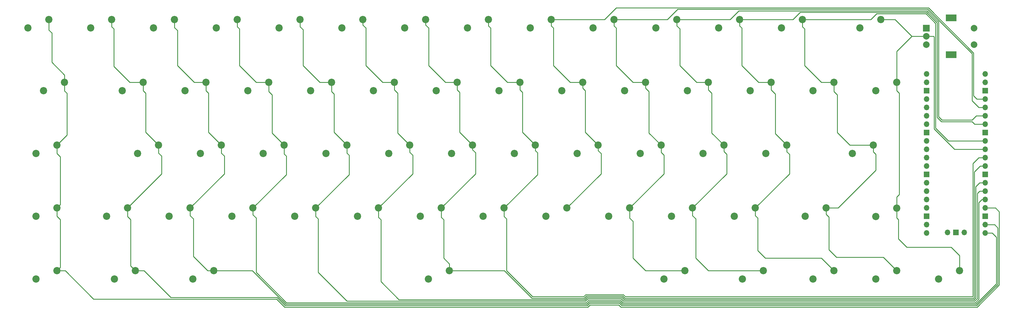
<source format=gbr>
%TF.GenerationSoftware,KiCad,Pcbnew,(6.0.8)*%
%TF.CreationDate,2022-10-10T20:20:44+01:00*%
%TF.ProjectId,keyboard-pcb,6b657962-6f61-4726-942d-7063622e6b69,1.0*%
%TF.SameCoordinates,Original*%
%TF.FileFunction,Copper,L1,Top*%
%TF.FilePolarity,Positive*%
%FSLAX46Y46*%
G04 Gerber Fmt 4.6, Leading zero omitted, Abs format (unit mm)*
G04 Created by KiCad (PCBNEW (6.0.8)) date 2022-10-10 20:20:44*
%MOMM*%
%LPD*%
G01*
G04 APERTURE LIST*
%TA.AperFunction,ComponentPad*%
%ADD10O,1.700000X1.700000*%
%TD*%
%TA.AperFunction,ComponentPad*%
%ADD11R,1.700000X1.700000*%
%TD*%
%TA.AperFunction,ComponentPad*%
%ADD12C,2.200000*%
%TD*%
%TA.AperFunction,ComponentPad*%
%ADD13R,2.000000X2.000000*%
%TD*%
%TA.AperFunction,ComponentPad*%
%ADD14C,2.000000*%
%TD*%
%TA.AperFunction,ComponentPad*%
%ADD15R,3.200000X2.000000*%
%TD*%
%TA.AperFunction,Conductor*%
%ADD16C,0.250000*%
%TD*%
G04 APERTURE END LIST*
D10*
%TO.P,U1,1,GPIO0*%
%TO.N,CLK*%
X364667800Y-124451000D03*
%TO.P,U1,2,GPIO1*%
%TO.N,DT*%
X364667800Y-126991000D03*
D11*
%TO.P,U1,3,GND*%
%TO.N,GND*%
X364667800Y-129531000D03*
D10*
%TO.P,U1,4,GPIO2*%
%TO.N,COL_8*%
X364667800Y-132071000D03*
%TO.P,U1,5,GPIO3*%
%TO.N,COL_9*%
X364667800Y-134611000D03*
%TO.P,U1,6,GPIO4*%
%TO.N,COL_10*%
X364667800Y-137151000D03*
%TO.P,U1,7,GPIO5*%
%TO.N,COL_11*%
X364667800Y-139691000D03*
D11*
%TO.P,U1,8,GND*%
%TO.N,unconnected-(U1-Pad8)*%
X364667800Y-142231000D03*
D10*
%TO.P,U1,9,GPIO6*%
%TO.N,COL_12*%
X364667800Y-144771000D03*
%TO.P,U1,10,GPIO7*%
%TO.N,COL_13*%
X364667800Y-147311000D03*
%TO.P,U1,11,GPIO8*%
%TO.N,COL_7*%
X364667800Y-149851000D03*
%TO.P,U1,12,GPIO9*%
%TO.N,COL_6*%
X364667800Y-152391000D03*
D11*
%TO.P,U1,13,GND*%
%TO.N,unconnected-(U1-Pad13)*%
X364667800Y-154931000D03*
D10*
%TO.P,U1,14,GPIO10*%
%TO.N,COL_5*%
X364667800Y-157471000D03*
%TO.P,U1,15,GPIO11*%
%TO.N,COL_4*%
X364667800Y-160011000D03*
%TO.P,U1,16,GPIO12*%
%TO.N,COL_3*%
X364667800Y-162551000D03*
%TO.P,U1,17,GPIO13*%
%TO.N,COL_0*%
X364667800Y-165091000D03*
D11*
%TO.P,U1,18,GND*%
%TO.N,unconnected-(U1-Pad18)*%
X364667800Y-167631000D03*
D10*
%TO.P,U1,19,GPIO14*%
%TO.N,COL_1*%
X364667800Y-170171000D03*
%TO.P,U1,20,GPIO15*%
%TO.N,COL_2*%
X364667800Y-172711000D03*
%TO.P,U1,21,GPIO16*%
%TO.N,ROW_4*%
X346887800Y-172711000D03*
%TO.P,U1,22,GPIO17*%
%TO.N,ROW_3*%
X346887800Y-170171000D03*
D11*
%TO.P,U1,23,GND*%
%TO.N,unconnected-(U1-Pad23)*%
X346887800Y-167631000D03*
D10*
%TO.P,U1,24,GPIO18*%
%TO.N,ROW_2*%
X346887800Y-165091000D03*
%TO.P,U1,25,GPIO19*%
%TO.N,ROW_1*%
X346887800Y-162551000D03*
%TO.P,U1,26,GPIO20*%
%TO.N,ROW_0*%
X346887800Y-160011000D03*
%TO.P,U1,27,GPIO21*%
%TO.N,unconnected-(U1-Pad27)*%
X346887800Y-157471000D03*
D11*
%TO.P,U1,28,GND*%
%TO.N,unconnected-(U1-Pad28)*%
X346887800Y-154931000D03*
D10*
%TO.P,U1,29,GPIO22*%
%TO.N,unconnected-(U1-Pad29)*%
X346887800Y-152391000D03*
%TO.P,U1,30,RUN*%
%TO.N,unconnected-(U1-Pad30)*%
X346887800Y-149851000D03*
%TO.P,U1,31,GPIO26_ADC0*%
%TO.N,unconnected-(U1-Pad31)*%
X346887800Y-147311000D03*
%TO.P,U1,32,GPIO27_ADC1*%
%TO.N,unconnected-(U1-Pad32)*%
X346887800Y-144771000D03*
D11*
%TO.P,U1,33,AGND*%
%TO.N,unconnected-(U1-Pad33)*%
X346887800Y-142231000D03*
D10*
%TO.P,U1,34,GPIO28_ADC2*%
%TO.N,unconnected-(U1-Pad34)*%
X346887800Y-139691000D03*
%TO.P,U1,35,ADC_VREF*%
%TO.N,unconnected-(U1-Pad35)*%
X346887800Y-137151000D03*
%TO.P,U1,36,3V3*%
%TO.N,unconnected-(U1-Pad36)*%
X346887800Y-134611000D03*
%TO.P,U1,37,3V3_EN*%
%TO.N,unconnected-(U1-Pad37)*%
X346887800Y-132071000D03*
D11*
%TO.P,U1,38,GND*%
%TO.N,unconnected-(U1-Pad38)*%
X346887800Y-129531000D03*
D10*
%TO.P,U1,39,VSYS*%
%TO.N,unconnected-(U1-Pad39)*%
X346887800Y-126991000D03*
%TO.P,U1,40,VBUS*%
%TO.N,unconnected-(U1-Pad40)*%
X346887800Y-124451000D03*
%TO.P,U1,41,SWCLK*%
%TO.N,unconnected-(U1-Pad41)*%
X358317800Y-172481000D03*
D11*
%TO.P,U1,42,GND*%
%TO.N,unconnected-(U1-Pad42)*%
X355777800Y-172481000D03*
D10*
%TO.P,U1,43,SWDIO*%
%TO.N,unconnected-(U1-Pad43)*%
X353237800Y-172481000D03*
%TD*%
D12*
%TO.P,MX28,1,COL*%
%TO.N,COL_7*%
X228219000Y-146041000D03*
%TO.P,MX28,2,ROW*%
%TO.N,Net-(D35-Pad2)*%
X221869000Y-148581000D03*
%TD*%
%TO.P,ALT1,1,COL*%
%TO.N,COL_2*%
X130683000Y-184150000D03*
%TO.P,ALT1,2,ROW*%
%TO.N,Net-(ALT1-Pad2)*%
X124333000Y-186690000D03*
%TD*%
%TO.P,DEL1,1,COL*%
%TO.N,COL_13*%
X337820000Y-127000000D03*
%TO.P,DEL1,2,ROW*%
%TO.N,Net-(D62-Pad2)*%
X331470000Y-129540000D03*
%TD*%
%TO.P,MX32,1,COL*%
%TO.N,COL_8*%
X247269000Y-146041000D03*
%TO.P,MX32,2,ROW*%
%TO.N,Net-(D39-Pad2)*%
X240919000Y-148581000D03*
%TD*%
%TO.P,SUP1,1,COL*%
%TO.N,COL_1*%
X106857800Y-184150000D03*
%TO.P,SUP1,2,ROW*%
%TO.N,Net-(D10-Pad2)*%
X100507800Y-186690000D03*
%TD*%
%TO.P,MX46,1,COL*%
%TO.N,COL_12*%
X309245000Y-107950000D03*
%TO.P,MX46,2,ROW*%
%TO.N,Net-(D56-Pad2)*%
X302895000Y-110490000D03*
%TD*%
%TO.P,MX43,1,COL*%
%TO.N,COL_11*%
X299694600Y-126991000D03*
%TO.P,MX43,2,ROW*%
%TO.N,Net-(D52-Pad2)*%
X293344600Y-129531000D03*
%TD*%
%TO.P,DWN1,1,COL*%
%TO.N,COL_12*%
X337820000Y-184150000D03*
%TO.P,DWN1,2,ROW*%
%TO.N,Net-(D60-Pad2)*%
X331470000Y-186690000D03*
%TD*%
%TO.P,MX12,1,COL*%
%TO.N,COL_3*%
X152019000Y-146041000D03*
%TO.P,MX12,2,ROW*%
%TO.N,Net-(D18-Pad2)*%
X145669000Y-148581000D03*
%TD*%
%TO.P,MX33,1,COL*%
%TO.N,COL_8*%
X237794800Y-165091000D03*
%TO.P,MX33,2,ROW*%
%TO.N,Net-(D40-Pad2)*%
X231444800Y-167631000D03*
%TD*%
%TO.P,FNC1,1,COL*%
%TO.N,COL_10*%
X297332400Y-184150000D03*
%TO.P,FNC1,2,ROW*%
%TO.N,Net-(D50-Pad2)*%
X290982400Y-186690000D03*
%TD*%
%TO.P,MX29,1,COL*%
%TO.N,COL_7*%
X218744800Y-165091000D03*
%TO.P,MX29,2,ROW*%
%TO.N,Net-(D36-Pad2)*%
X212394800Y-167631000D03*
%TD*%
%TO.P,MX8,1,COL*%
%TO.N,COL_2*%
X132969000Y-146041000D03*
%TO.P,MX8,2,ROW*%
%TO.N,Net-(D13-Pad2)*%
X126619000Y-148581000D03*
%TD*%
%TO.P,MX27,1,COL*%
%TO.N,COL_7*%
X223494600Y-126991000D03*
%TO.P,MX27,2,ROW*%
%TO.N,Net-(D34-Pad2)*%
X217144600Y-129531000D03*
%TD*%
%TO.P,MX23,1,COL*%
%TO.N,COL_6*%
X204444600Y-126991000D03*
%TO.P,MX23,2,ROW*%
%TO.N,Net-(D29-Pad2)*%
X198094600Y-129531000D03*
%TD*%
%TO.P,MX14,1,COL*%
%TO.N,COL_4*%
X156845000Y-107950000D03*
%TO.P,MX14,2,ROW*%
%TO.N,Net-(D20-Pad2)*%
X150495000Y-110490000D03*
%TD*%
%TO.P,MX16,1,COL*%
%TO.N,COL_4*%
X171069000Y-146041000D03*
%TO.P,MX16,2,ROW*%
%TO.N,Net-(D22-Pad2)*%
X164719000Y-148581000D03*
%TD*%
%TO.P,MX48,1,COL*%
%TO.N,COL_12*%
X316382400Y-165091000D03*
%TO.P,MX48,2,ROW*%
%TO.N,Net-(D59-Pad2)*%
X310032400Y-167631000D03*
%TD*%
%TO.P,SHFT1,1,COL*%
%TO.N,COL_0*%
X83032600Y-165100000D03*
%TO.P,SHFT1,2,ROW*%
%TO.N,Net-(D4-Pad2)*%
X76682600Y-167640000D03*
%TD*%
%TO.P,MX38,1,COL*%
%TO.N,COL_10*%
X271145000Y-107950000D03*
%TO.P,MX38,2,ROW*%
%TO.N,Net-(D46-Pad2)*%
X264795000Y-110490000D03*
%TD*%
%TO.P,MX13,1,COL*%
%TO.N,COL_3*%
X142544800Y-165091000D03*
%TO.P,MX13,2,ROW*%
%TO.N,Net-(D19-Pad2)*%
X136194800Y-167631000D03*
%TD*%
%TO.P,MX26,1,COL*%
%TO.N,COL_7*%
X213995000Y-107950000D03*
%TO.P,MX26,2,ROW*%
%TO.N,Net-(D33-Pad2)*%
X207645000Y-110490000D03*
%TD*%
D13*
%TO.P,SW1,A,A*%
%TO.N,GND*%
X346826000Y-110521000D03*
D14*
%TO.P,SW1,B,B*%
%TO.N,Net-(D65-Pad2)*%
X346826000Y-115521000D03*
%TO.P,SW1,C,C*%
%TO.N,COL_13*%
X346826000Y-113021000D03*
D15*
%TO.P,SW1,MP*%
%TO.N,N/C*%
X354326000Y-118621000D03*
X354326000Y-107421000D03*
D14*
%TO.P,SW1,S1,S1*%
%TO.N,DT*%
X361326000Y-115521000D03*
%TO.P,SW1,S2,S2*%
%TO.N,CLK*%
X361326000Y-110521000D03*
%TD*%
D12*
%TO.P,MX30,1,COL*%
%TO.N,COL_8*%
X233045000Y-107950000D03*
%TO.P,MX30,2,ROW*%
%TO.N,Net-(D37-Pad2)*%
X226695000Y-110490000D03*
%TD*%
%TO.P,TAB1,1,COL*%
%TO.N,COL_0*%
X85394800Y-127000000D03*
%TO.P,TAB1,2,ROW*%
%TO.N,Net-(D2-Pad2)*%
X79044800Y-129540000D03*
%TD*%
%TO.P,MX6,1,COL*%
%TO.N,COL_2*%
X118745000Y-107941000D03*
%TO.P,MX6,2,ROW*%
%TO.N,Net-(D11-Pad2)*%
X112395000Y-110481000D03*
%TD*%
%TO.P,MX34,1,COL*%
%TO.N,COL_9*%
X252095000Y-107950000D03*
%TO.P,MX34,2,ROW*%
%TO.N,Net-(D41-Pad2)*%
X245745000Y-110490000D03*
%TD*%
%TO.P,MX10,1,COL*%
%TO.N,COL_3*%
X137795000Y-107941000D03*
%TO.P,MX10,2,ROW*%
%TO.N,Net-(D16-Pad2)*%
X131445000Y-110481000D03*
%TD*%
%TO.P,MX47,1,COL*%
%TO.N,COL_12*%
X318744600Y-126991000D03*
%TO.P,MX47,2,ROW*%
%TO.N,Net-(D57-Pad2)*%
X312394600Y-129531000D03*
%TD*%
%TO.P,RHT1,1,COL*%
%TO.N,COL_13*%
X356870000Y-184150000D03*
%TO.P,RHT1,2,ROW*%
%TO.N,Net-(D64-Pad2)*%
X350520000Y-186690000D03*
%TD*%
%TO.P,MX4,1,COL*%
%TO.N,COL_1*%
X113919000Y-146041000D03*
%TO.P,MX4,2,ROW*%
%TO.N,Net-(D8-Pad2)*%
X107569000Y-148581000D03*
%TD*%
%TO.P,MX24,1,COL*%
%TO.N,COL_6*%
X209169000Y-146041000D03*
%TO.P,MX24,2,ROW*%
%TO.N,Net-(D30-Pad2)*%
X202819000Y-148581000D03*
%TD*%
%TO.P,CTRL1,1,COL*%
%TO.N,COL_0*%
X83032600Y-184150000D03*
%TO.P,CTRL1,2,ROW*%
%TO.N,Net-(CTRL1-Pad2)*%
X76682600Y-186690000D03*
%TD*%
%TO.P,MX11,1,COL*%
%TO.N,COL_3*%
X147294600Y-126991000D03*
%TO.P,MX11,2,ROW*%
%TO.N,Net-(D17-Pad2)*%
X140944600Y-129531000D03*
%TD*%
%TO.P,BKSP1,1,COL*%
%TO.N,COL_13*%
X333044800Y-107950000D03*
%TO.P,BKSP1,2,ROW*%
%TO.N,Net-(BKSP1-Pad2)*%
X326694800Y-110490000D03*
%TD*%
%TO.P,ALT2,1,COL*%
%TO.N,COL_9*%
X273532600Y-184150000D03*
%TO.P,ALT2,2,ROW*%
%TO.N,Net-(ALT2-Pad2)*%
X267182600Y-186690000D03*
%TD*%
%TO.P,MX41,1,COL*%
%TO.N,COL_10*%
X275894800Y-165091000D03*
%TO.P,MX41,2,ROW*%
%TO.N,Net-(D49-Pad2)*%
X269544800Y-167631000D03*
%TD*%
%TO.P,SPC1,1,COL*%
%TO.N,COL_6*%
X202107800Y-184134800D03*
%TO.P,SPC1,2,ROW*%
%TO.N,Net-(D32-Pad2)*%
X195757800Y-186674800D03*
%TD*%
%TO.P,MX18,1,COL*%
%TO.N,COL_5*%
X175895000Y-107950000D03*
%TO.P,MX18,2,ROW*%
%TO.N,Net-(D24-Pad2)*%
X169545000Y-110490000D03*
%TD*%
%TO.P,MX36,1,COL*%
%TO.N,COL_9*%
X266344400Y-146041000D03*
%TO.P,MX36,2,ROW*%
%TO.N,Net-(D43-Pad2)*%
X259994400Y-148581000D03*
%TD*%
%TO.P,MX25,1,COL*%
%TO.N,COL_6*%
X199694800Y-165091000D03*
%TO.P,MX25,2,ROW*%
%TO.N,Net-(D31-Pad2)*%
X193344800Y-167631000D03*
%TD*%
%TO.P,ENT1,1,COL*%
%TO.N,COL_12*%
X330682600Y-146050000D03*
%TO.P,ENT1,2,ROW*%
%TO.N,Net-(D58-Pad2)*%
X324332600Y-148590000D03*
%TD*%
%TO.P,MX2,1,COL*%
%TO.N,COL_1*%
X99695000Y-107950000D03*
%TO.P,MX2,2,ROW*%
%TO.N,Net-(D6-Pad2)*%
X93345000Y-110490000D03*
%TD*%
%TO.P,MX15,1,COL*%
%TO.N,COL_4*%
X166344600Y-126991000D03*
%TO.P,MX15,2,ROW*%
%TO.N,Net-(D21-Pad2)*%
X159994600Y-129531000D03*
%TD*%
%TO.P,CAP1,1,COL*%
%TO.N,COL_0*%
X83032600Y-146050000D03*
%TO.P,CAP1,2,ROW*%
%TO.N,Net-(CAP1-Pad2)*%
X76682600Y-148590000D03*
%TD*%
%TO.P,UP1,1,COL*%
%TO.N,COL_13*%
X337820000Y-165116400D03*
%TO.P,UP1,2,ROW*%
%TO.N,Net-(D63-Pad2)*%
X331470000Y-167656400D03*
%TD*%
%TO.P,MX31,1,COL*%
%TO.N,COL_8*%
X242544600Y-126991000D03*
%TO.P,MX31,2,ROW*%
%TO.N,Net-(D38-Pad2)*%
X236194600Y-129531000D03*
%TD*%
%TO.P,MX35,1,COL*%
%TO.N,COL_9*%
X261594600Y-126991000D03*
%TO.P,MX35,2,ROW*%
%TO.N,Net-(D42-Pad2)*%
X255244600Y-129531000D03*
%TD*%
%TO.P,MX5,1,COL*%
%TO.N,COL_1*%
X104470200Y-165100000D03*
%TO.P,MX5,2,ROW*%
%TO.N,Net-(D9-Pad2)*%
X98120200Y-167640000D03*
%TD*%
%TO.P,MX42,1,COL*%
%TO.N,COL_11*%
X290195000Y-107950000D03*
%TO.P,MX42,2,ROW*%
%TO.N,Net-(D51-Pad2)*%
X283845000Y-110490000D03*
%TD*%
%TO.P,MX40,1,COL*%
%TO.N,COL_10*%
X285394400Y-146041000D03*
%TO.P,MX40,2,ROW*%
%TO.N,Net-(D48-Pad2)*%
X279044400Y-148581000D03*
%TD*%
%TO.P,MX7,1,COL*%
%TO.N,COL_2*%
X128244600Y-126991000D03*
%TO.P,MX7,2,ROW*%
%TO.N,Net-(D12-Pad2)*%
X121894600Y-129531000D03*
%TD*%
%TO.P,MX22,1,COL*%
%TO.N,COL_6*%
X194945000Y-107950000D03*
%TO.P,MX22,2,ROW*%
%TO.N,Net-(D28-Pad2)*%
X188595000Y-110490000D03*
%TD*%
%TO.P,MX19,1,COL*%
%TO.N,COL_5*%
X185394600Y-126991000D03*
%TO.P,MX19,2,ROW*%
%TO.N,Net-(D25-Pad2)*%
X179044600Y-129531000D03*
%TD*%
%TO.P,MX37,1,COL*%
%TO.N,COL_9*%
X256844800Y-165091000D03*
%TO.P,MX37,2,ROW*%
%TO.N,Net-(D44-Pad2)*%
X250494800Y-167631000D03*
%TD*%
%TO.P,MX17,1,COL*%
%TO.N,COL_4*%
X161594800Y-165091000D03*
%TO.P,MX17,2,ROW*%
%TO.N,Net-(D23-Pad2)*%
X155244800Y-167631000D03*
%TD*%
%TO.P,MX39,1,COL*%
%TO.N,COL_10*%
X280644600Y-126991000D03*
%TO.P,MX39,2,ROW*%
%TO.N,Net-(D47-Pad2)*%
X274294600Y-129531000D03*
%TD*%
%TO.P,MX20,1,COL*%
%TO.N,COL_5*%
X190119000Y-146041000D03*
%TO.P,MX20,2,ROW*%
%TO.N,Net-(D26-Pad2)*%
X183769000Y-148581000D03*
%TD*%
%TO.P,MX3,1,COL*%
%TO.N,COL_1*%
X109194600Y-126991000D03*
%TO.P,MX3,2,ROW*%
%TO.N,Net-(D7-Pad2)*%
X102844600Y-129531000D03*
%TD*%
%TO.P,MX21,1,COL*%
%TO.N,COL_5*%
X180644800Y-165091000D03*
%TO.P,MX21,2,ROW*%
%TO.N,Net-(D27-Pad2)*%
X174294800Y-167631000D03*
%TD*%
%TO.P,MX45,1,COL*%
%TO.N,COL_11*%
X294944800Y-165091000D03*
%TO.P,MX45,2,ROW*%
%TO.N,Net-(D54-Pad2)*%
X288594800Y-167631000D03*
%TD*%
%TO.P,MX1,1,COL*%
%TO.N,COL_0*%
X80645000Y-107950000D03*
%TO.P,MX1,2,ROW*%
%TO.N,Net-(D1-Pad2)*%
X74295000Y-110490000D03*
%TD*%
%TO.P,LFT1,1,COL*%
%TO.N,COL_11*%
X318770000Y-184150000D03*
%TO.P,LFT1,2,ROW*%
%TO.N,Net-(D55-Pad2)*%
X312420000Y-186690000D03*
%TD*%
%TO.P,MX9,1,COL*%
%TO.N,COL_2*%
X123494800Y-165091000D03*
%TO.P,MX9,2,ROW*%
%TO.N,Net-(D14-Pad2)*%
X117144800Y-167631000D03*
%TD*%
%TO.P,MX44,1,COL*%
%TO.N,COL_11*%
X304469800Y-146041000D03*
%TO.P,MX44,2,ROW*%
%TO.N,Net-(D53-Pad2)*%
X298119800Y-148581000D03*
%TD*%
D16*
%TO.N,COL_11*%
X364658800Y-139700000D02*
X364667800Y-139691000D01*
X361442000Y-139700000D02*
X364658800Y-139700000D01*
X360680000Y-138938000D02*
X361442000Y-139700000D01*
X350070000Y-137600396D02*
X351407604Y-138938000D01*
X350070000Y-108895604D02*
X350070000Y-137600396D01*
X351407604Y-138938000D02*
X360680000Y-138938000D01*
X308552000Y-105722000D02*
X346896396Y-105722000D01*
X346896396Y-105722000D02*
X350070000Y-108895604D01*
X306324000Y-107950000D02*
X308552000Y-105722000D01*
X290195000Y-107950000D02*
X306324000Y-107950000D01*
%TO.N,COL_10*%
X361959000Y-137151000D02*
X364667800Y-137151000D01*
X350520000Y-137414000D02*
X351536000Y-138430000D01*
X347082792Y-105272000D02*
X350520000Y-108709208D01*
X360680000Y-138430000D02*
X361959000Y-137151000D01*
X289952000Y-105272000D02*
X347082792Y-105272000D01*
X351536000Y-138430000D02*
X360680000Y-138430000D01*
X271145000Y-107950000D02*
X287274000Y-107950000D01*
X287274000Y-107950000D02*
X289952000Y-105272000D01*
X350520000Y-108709208D02*
X350520000Y-137414000D01*
%TO.N,COL_8*%
X361130000Y-131064000D02*
X362137000Y-132071000D01*
X362137000Y-132071000D02*
X364667800Y-132071000D01*
X361130000Y-118046416D02*
X361130000Y-131064000D01*
X347455584Y-104372000D02*
X361130000Y-118046416D01*
X252752000Y-104372000D02*
X347455584Y-104372000D01*
X249174000Y-107950000D02*
X252752000Y-104372000D01*
X233045000Y-107950000D02*
X249174000Y-107950000D01*
%TO.N,COL_9*%
X271352000Y-104822000D02*
X268224000Y-107950000D01*
X360680000Y-132588000D02*
X360680000Y-118232812D01*
X347269188Y-104822000D02*
X271352000Y-104822000D01*
X362703000Y-134611000D02*
X360680000Y-132588000D01*
X364667800Y-134611000D02*
X362703000Y-134611000D01*
X360680000Y-118232812D02*
X347269188Y-104822000D01*
X268224000Y-107950000D02*
X252095000Y-107950000D01*
%TO.N,COL_13*%
X348987000Y-113021000D02*
X346826000Y-113021000D01*
X355337000Y-147311000D02*
X349170000Y-141144000D01*
X349170000Y-141144000D02*
X349170000Y-113204000D01*
X364667800Y-147311000D02*
X355337000Y-147311000D01*
X349170000Y-113204000D02*
X348987000Y-113021000D01*
%TO.N,COL_12*%
X349620000Y-109082000D02*
X349620000Y-140890000D01*
X329946000Y-107950000D02*
X331724000Y-106172000D01*
X331724000Y-106172000D02*
X346710000Y-106172000D01*
X346710000Y-106172000D02*
X349620000Y-109082000D01*
X349620000Y-140890000D02*
X353501000Y-144771000D01*
X309245000Y-107950000D02*
X329946000Y-107950000D01*
X353501000Y-144771000D02*
X364667800Y-144771000D01*
%TO.N,COL_2*%
X118745000Y-110363000D02*
X119634000Y-111252000D01*
X123494800Y-167436800D02*
X124460000Y-168402000D01*
X128244600Y-129514600D02*
X129032000Y-130302000D01*
X129032000Y-130302000D02*
X129032000Y-140970000D01*
X133858000Y-154727800D02*
X123494800Y-165091000D01*
X368046000Y-188093980D02*
X368046000Y-173990000D01*
X129032000Y-142104000D02*
X129032000Y-140970000D01*
X254600396Y-194274000D02*
X361865980Y-194274000D01*
X128778000Y-184150000D02*
X130683000Y-184150000D01*
X361865980Y-194274000D02*
X368046000Y-188093980D01*
X124460000Y-179832000D02*
X128778000Y-184150000D01*
X124714000Y-127000000D02*
X124723000Y-126991000D01*
X123494800Y-165091000D02*
X123494800Y-167436800D01*
X124723000Y-126991000D02*
X128244600Y-126991000D01*
X132969000Y-146041000D02*
X132969000Y-148463000D01*
X132969000Y-148463000D02*
X133858000Y-149352000D01*
X152489604Y-194274000D02*
X243747604Y-194274000D01*
X243747604Y-194274000D02*
X244415604Y-193606000D01*
X119634000Y-121920000D02*
X124714000Y-127000000D01*
X142365604Y-184150000D02*
X152489604Y-194274000D01*
X253932396Y-193606000D02*
X254600396Y-194274000D01*
X124460000Y-168402000D02*
X124460000Y-179832000D01*
X366767000Y-172711000D02*
X364667800Y-172711000D01*
X128244600Y-126991000D02*
X128244600Y-129514600D01*
X133858000Y-149352000D02*
X133858000Y-154727800D01*
X132969000Y-146041000D02*
X129032000Y-142104000D01*
X118745000Y-107941000D02*
X118745000Y-110363000D01*
X119634000Y-111252000D02*
X119634000Y-121920000D01*
X368046000Y-173990000D02*
X366767000Y-172711000D01*
X244415604Y-193606000D02*
X253932396Y-193606000D01*
X130683000Y-184150000D02*
X142365604Y-184150000D01*
%TO.N,COL_9*%
X257810000Y-180340000D02*
X261620000Y-184150000D01*
X252095000Y-109855000D02*
X252730000Y-110490000D01*
X261620000Y-184150000D02*
X273532600Y-184150000D01*
X266344400Y-146041000D02*
X266344400Y-148234400D01*
X266344400Y-148234400D02*
X267208000Y-149098000D01*
X252730000Y-121920000D02*
X257801000Y-126991000D01*
X257810000Y-169164000D02*
X257810000Y-180340000D01*
X256844800Y-165091000D02*
X256844800Y-168198800D01*
X262636000Y-142332600D02*
X266344400Y-146041000D01*
X252730000Y-110490000D02*
X252730000Y-121920000D01*
X267208000Y-149098000D02*
X267208000Y-154727800D01*
X252095000Y-107950000D02*
X252095000Y-109855000D01*
X257801000Y-126991000D02*
X261594600Y-126991000D01*
X261594600Y-128752600D02*
X262636000Y-129794000D01*
X256844800Y-168198800D02*
X257810000Y-169164000D01*
X262636000Y-129794000D02*
X262636000Y-142332600D01*
X261594600Y-126991000D02*
X261594600Y-128752600D01*
X267208000Y-154727800D02*
X256844800Y-165091000D01*
%TO.N,COL_13*%
X338328000Y-168656000D02*
X338328000Y-174498000D01*
X338328000Y-174498000D02*
X340868000Y-177038000D01*
X338582000Y-130302000D02*
X338582000Y-161036000D01*
X337820000Y-165116400D02*
X337820000Y-168148000D01*
X337820000Y-117602000D02*
X342401000Y-113021000D01*
X342401000Y-113021000D02*
X346826000Y-113021000D01*
X354330000Y-177038000D02*
X356870000Y-179578000D01*
X337820000Y-168148000D02*
X338328000Y-168656000D01*
X337330000Y-107950000D02*
X342401000Y-113021000D01*
X340868000Y-177038000D02*
X354330000Y-177038000D01*
X338582000Y-161036000D02*
X337820000Y-161798000D01*
X333044800Y-107950000D02*
X337330000Y-107950000D01*
X337820000Y-127000000D02*
X337820000Y-129540000D01*
X337820000Y-129540000D02*
X338582000Y-130302000D01*
X337820000Y-161798000D02*
X337820000Y-165116400D01*
X356870000Y-179578000D02*
X356870000Y-184150000D01*
X337820000Y-117602000D02*
X337820000Y-127000000D01*
%TO.N,COL_0*%
X367783000Y-165091000D02*
X364667800Y-165091000D01*
X85598000Y-184150000D02*
X94177396Y-192729396D01*
X85394800Y-129590800D02*
X86106000Y-130302000D01*
X83032600Y-167614600D02*
X84074000Y-168656000D01*
X84074000Y-168656000D02*
X84074000Y-183108600D01*
X83032600Y-184150000D02*
X85598000Y-184150000D01*
X85394800Y-127000000D02*
X85394800Y-129590800D01*
X86106000Y-142976600D02*
X83032600Y-146050000D01*
X84074000Y-149606000D02*
X84074000Y-164058600D01*
X244120396Y-195174000D02*
X244788396Y-194506000D01*
X152116812Y-195174000D02*
X244120396Y-195174000D01*
X362238772Y-195174000D02*
X368946000Y-188466772D01*
X254160000Y-195174000D02*
X362238772Y-195174000D01*
X81534000Y-120904000D02*
X85394800Y-124764800D01*
X85394800Y-124764800D02*
X85394800Y-127000000D01*
X83032600Y-146050000D02*
X83032600Y-148564600D01*
X368946000Y-188466772D02*
X368946000Y-166254000D01*
X149672208Y-192729396D02*
X152116812Y-195174000D01*
X83032600Y-165100000D02*
X83032600Y-167614600D01*
X84074000Y-164058600D02*
X83032600Y-165100000D01*
X80645000Y-107950000D02*
X80645000Y-111125000D01*
X86106000Y-130302000D02*
X86106000Y-142976600D01*
X94177396Y-192729396D02*
X149672208Y-192729396D01*
X83032600Y-148564600D02*
X84074000Y-149606000D01*
X244788396Y-194506000D02*
X253492000Y-194506000D01*
X253492000Y-194506000D02*
X254160000Y-195174000D01*
X84074000Y-183108600D02*
X83032600Y-184150000D01*
X80645000Y-111125000D02*
X81534000Y-112014000D01*
X368946000Y-166254000D02*
X367783000Y-165091000D01*
X81534000Y-112014000D02*
X81534000Y-120904000D01*
%TO.N,COL_12*%
X319786000Y-130810000D02*
X319786000Y-142240000D01*
X318744600Y-126991000D02*
X318744600Y-129768600D01*
X319532000Y-180086000D02*
X333756000Y-180086000D01*
X316382400Y-167030400D02*
X317246000Y-167894000D01*
X333756000Y-180086000D02*
X337820000Y-184150000D01*
X330682600Y-148056600D02*
X331470000Y-148844000D01*
X330682600Y-146050000D02*
X330682600Y-148056600D01*
X331470000Y-153670000D02*
X320049000Y-165091000D01*
X323596000Y-146050000D02*
X330682600Y-146050000D01*
X331470000Y-148844000D02*
X331470000Y-153670000D01*
X319786000Y-142240000D02*
X323596000Y-146050000D01*
X309245000Y-107950000D02*
X309245000Y-110109000D01*
X309880000Y-121920000D02*
X314951000Y-126991000D01*
X309245000Y-110109000D02*
X309880000Y-110744000D01*
X318744600Y-129768600D02*
X319786000Y-130810000D01*
X314951000Y-126991000D02*
X318744600Y-126991000D01*
X309880000Y-110744000D02*
X309880000Y-121920000D01*
X316382400Y-165091000D02*
X316382400Y-167030400D01*
X317246000Y-177800000D02*
X319532000Y-180086000D01*
X320049000Y-165091000D02*
X316382400Y-165091000D01*
X317246000Y-167894000D02*
X317246000Y-177800000D01*
%TO.N,COL_10*%
X280644600Y-129260600D02*
X281686000Y-130302000D01*
X286258000Y-148844000D02*
X286258000Y-154727800D01*
X281686000Y-130302000D02*
X281686000Y-142332600D01*
X275894800Y-165091000D02*
X275894800Y-167436800D01*
X281686000Y-142332600D02*
X285394400Y-146041000D01*
X272034000Y-110744000D02*
X272034000Y-121920000D01*
X271145000Y-107950000D02*
X271145000Y-109855000D01*
X280644600Y-126991000D02*
X280644600Y-129260600D01*
X285394400Y-147980400D02*
X286258000Y-148844000D01*
X276860000Y-168402000D02*
X276860000Y-180340000D01*
X272034000Y-121920000D02*
X277105000Y-126991000D01*
X286258000Y-154727800D02*
X275894800Y-165091000D01*
X276860000Y-180340000D02*
X280670000Y-184150000D01*
X280670000Y-184150000D02*
X297332400Y-184150000D01*
X275894800Y-167436800D02*
X276860000Y-168402000D01*
X277105000Y-126991000D02*
X280644600Y-126991000D01*
X271145000Y-109855000D02*
X272034000Y-110744000D01*
X285394400Y-146041000D02*
X285394400Y-147980400D01*
%TO.N,COL_11*%
X299694600Y-129260600D02*
X300990000Y-130556000D01*
X290195000Y-109855000D02*
X290830000Y-110490000D01*
X295901000Y-126991000D02*
X299694600Y-126991000D01*
X300990000Y-142561200D02*
X304469800Y-146041000D01*
X304469800Y-146041000D02*
X304469800Y-148005800D01*
X314960000Y-180340000D02*
X318770000Y-184150000D01*
X297942000Y-180340000D02*
X314960000Y-180340000D01*
X294944800Y-167436800D02*
X295656000Y-168148000D01*
X295656000Y-168148000D02*
X295656000Y-178054000D01*
X304469800Y-148005800D02*
X305308000Y-148844000D01*
X294944800Y-165091000D02*
X294944800Y-167436800D01*
X290195000Y-107950000D02*
X290195000Y-109855000D01*
X295656000Y-178054000D02*
X297942000Y-180340000D01*
X290830000Y-110490000D02*
X290830000Y-121920000D01*
X290830000Y-121920000D02*
X295901000Y-126991000D01*
X305308000Y-154727800D02*
X294944800Y-165091000D01*
X305308000Y-148844000D02*
X305308000Y-154727800D01*
X300990000Y-130556000D02*
X300990000Y-142561200D01*
X299694600Y-126991000D02*
X299694600Y-129260600D01*
%TO.N,COL_1*%
X243934000Y-194724000D02*
X152303208Y-194724000D01*
X99695000Y-107950000D02*
X99695000Y-110109000D01*
X367529000Y-170171000D02*
X368496000Y-171138000D01*
X105410000Y-182702200D02*
X106857800Y-184150000D01*
X109982000Y-142104000D02*
X113919000Y-146041000D01*
X105410000Y-168656000D02*
X105410000Y-182702200D01*
X253746000Y-194056000D02*
X244602000Y-194056000D01*
X109194600Y-126991000D02*
X109194600Y-129514600D01*
X362052376Y-194724000D02*
X254414000Y-194724000D01*
X152303208Y-194724000D02*
X149858604Y-192279396D01*
X368496000Y-171138000D02*
X368496000Y-188280376D01*
X364667800Y-170171000D02*
X367529000Y-170171000D01*
X149858604Y-192279396D02*
X117603396Y-192279396D01*
X109474000Y-184150000D02*
X106857800Y-184150000D01*
X114808000Y-149352000D02*
X114808000Y-154762200D01*
X99695000Y-110109000D02*
X100330000Y-110744000D01*
X100330000Y-122174000D02*
X105147000Y-126991000D01*
X104470200Y-165100000D02*
X104470200Y-167716200D01*
X113919000Y-146041000D02*
X113919000Y-148463000D01*
X117603396Y-192279396D02*
X109474000Y-184150000D01*
X113919000Y-148463000D02*
X114808000Y-149352000D01*
X109982000Y-130302000D02*
X109982000Y-142104000D01*
X109194600Y-129514600D02*
X109982000Y-130302000D01*
X105147000Y-126991000D02*
X109194600Y-126991000D01*
X244602000Y-194056000D02*
X243934000Y-194724000D01*
X100330000Y-110744000D02*
X100330000Y-122174000D01*
X254414000Y-194724000D02*
X253746000Y-194056000D01*
X104470200Y-167716200D02*
X105410000Y-168656000D01*
X368496000Y-188280376D02*
X362052376Y-194724000D01*
X114808000Y-154762200D02*
X104470200Y-165100000D01*
%TO.N,COL_3*%
X148336000Y-142358000D02*
X152019000Y-146041000D01*
X143510000Y-168148000D02*
X142544800Y-167182800D01*
X254786792Y-193824000D02*
X254118792Y-193156000D01*
X362734000Y-163496000D02*
X362734000Y-192769584D01*
X138430000Y-110744000D02*
X138430000Y-121920000D01*
X363679000Y-162551000D02*
X362734000Y-163496000D01*
X143501000Y-126991000D02*
X147294600Y-126991000D01*
X362734000Y-192769584D02*
X361679584Y-193824000D01*
X152676000Y-193824000D02*
X143510000Y-184658000D01*
X254118792Y-193156000D02*
X244229208Y-193156000D01*
X148336000Y-130810000D02*
X148336000Y-142358000D01*
X138430000Y-121920000D02*
X143501000Y-126991000D01*
X147294600Y-126991000D02*
X147294600Y-129768600D01*
X361679584Y-193824000D02*
X254786792Y-193824000D01*
X152654000Y-154981800D02*
X142544800Y-165091000D01*
X137795000Y-107941000D02*
X137795000Y-110109000D01*
X244229208Y-193156000D02*
X243561208Y-193824000D01*
X152654000Y-149352000D02*
X152654000Y-154981800D01*
X152019000Y-148717000D02*
X152654000Y-149352000D01*
X137795000Y-110109000D02*
X138430000Y-110744000D01*
X152019000Y-146041000D02*
X152019000Y-148717000D01*
X143510000Y-184658000D02*
X143510000Y-168148000D01*
X147294600Y-129768600D02*
X148336000Y-130810000D01*
X364667800Y-162551000D02*
X363679000Y-162551000D01*
X243561208Y-193824000D02*
X152676000Y-193824000D01*
X142544800Y-167182800D02*
X142544800Y-165091000D01*
%TO.N,COL_4*%
X162306000Y-184658000D02*
X171022000Y-193374000D01*
X171069000Y-148463000D02*
X171704000Y-149098000D01*
X157734000Y-121920000D02*
X162805000Y-126991000D01*
X157734000Y-110998000D02*
X157734000Y-121920000D01*
X254305188Y-192706000D02*
X254973188Y-193374000D01*
X162805000Y-126991000D02*
X166344600Y-126991000D01*
X171069000Y-146041000D02*
X167132000Y-142104000D01*
X243374812Y-193374000D02*
X244042812Y-192706000D01*
X167132000Y-142104000D02*
X167132000Y-141732000D01*
X161594800Y-167690800D02*
X162306000Y-168402000D01*
X254973188Y-193374000D02*
X361493188Y-193374000D01*
X171704000Y-154981800D02*
X161594800Y-165091000D01*
X362284000Y-192583188D02*
X362284000Y-160702000D01*
X171069000Y-146041000D02*
X171069000Y-148463000D01*
X166344600Y-126991000D02*
X166344600Y-129768600D01*
X156845000Y-110109000D02*
X157734000Y-110998000D01*
X361493188Y-193374000D02*
X362284000Y-192583188D01*
X171704000Y-149098000D02*
X171704000Y-154981800D01*
X244042812Y-192706000D02*
X254305188Y-192706000D01*
X166344600Y-129768600D02*
X167132000Y-130556000D01*
X156845000Y-107950000D02*
X156845000Y-110109000D01*
X362975000Y-160011000D02*
X364667800Y-160011000D01*
X167132000Y-130556000D02*
X167132000Y-141732000D01*
X161594800Y-165091000D02*
X161594800Y-167690800D01*
X162306000Y-168402000D02*
X162306000Y-184658000D01*
X171022000Y-193374000D02*
X243374812Y-193374000D01*
X362284000Y-160702000D02*
X362975000Y-160011000D01*
%TO.N,COL_5*%
X361834000Y-192396792D02*
X361306792Y-192924000D01*
X175895000Y-109601000D02*
X176784000Y-110490000D01*
X185394600Y-126991000D02*
X185394600Y-129260600D01*
X254491584Y-192256000D02*
X243856416Y-192256000D01*
X186436000Y-142358000D02*
X190119000Y-146041000D01*
X185394600Y-129260600D02*
X186436000Y-130302000D01*
X243856416Y-192256000D02*
X243188416Y-192924000D01*
X361834000Y-158612000D02*
X361834000Y-192396792D01*
X175895000Y-107950000D02*
X175895000Y-109601000D01*
X361306792Y-192924000D02*
X255159584Y-192924000D01*
X186828000Y-192924000D02*
X181356000Y-187452000D01*
X181855000Y-126991000D02*
X185394600Y-126991000D01*
X190119000Y-148209000D02*
X191008000Y-149098000D01*
X186436000Y-130302000D02*
X186436000Y-142358000D01*
X180644800Y-167944800D02*
X180644800Y-165091000D01*
X191008000Y-154727800D02*
X180644800Y-165091000D01*
X176784000Y-110490000D02*
X176784000Y-121920000D01*
X362975000Y-157471000D02*
X361834000Y-158612000D01*
X364667800Y-157471000D02*
X362975000Y-157471000D01*
X181356000Y-168656000D02*
X180644800Y-167944800D01*
X176784000Y-121920000D02*
X181855000Y-126991000D01*
X255159584Y-192924000D02*
X254491584Y-192256000D01*
X181356000Y-187452000D02*
X181356000Y-168656000D01*
X190119000Y-146041000D02*
X190119000Y-148209000D01*
X243188416Y-192924000D02*
X186828000Y-192924000D01*
X191008000Y-149098000D02*
X191008000Y-154727800D01*
%TO.N,COL_6*%
X243670020Y-191806000D02*
X244856000Y-191806000D01*
X195834000Y-110490000D02*
X195834000Y-121920000D01*
X210058000Y-148336000D02*
X210058000Y-154727800D01*
X205232000Y-142104000D02*
X209169000Y-146041000D01*
X218804404Y-184134800D02*
X227138802Y-192469198D01*
X244856000Y-191806000D02*
X254677980Y-191806000D01*
X200905000Y-126991000D02*
X204444600Y-126991000D01*
X209169000Y-147447000D02*
X210058000Y-148336000D01*
X254677980Y-191806000D02*
X255345980Y-192474000D01*
X227138802Y-192469198D02*
X227143604Y-192474000D01*
X243002020Y-192474000D02*
X243670020Y-191806000D01*
X361384000Y-192210396D02*
X361384000Y-154178000D01*
X209169000Y-146041000D02*
X209169000Y-147447000D01*
X313944000Y-192474000D02*
X361120396Y-192474000D01*
X200406000Y-180340000D02*
X202107800Y-182041800D01*
X227143604Y-192474000D02*
X243002020Y-192474000D01*
X210058000Y-154727800D02*
X199694800Y-165091000D01*
X363171000Y-152391000D02*
X364667800Y-152391000D01*
X204444600Y-129260600D02*
X205232000Y-130048000D01*
X199694800Y-167944800D02*
X200406000Y-168656000D01*
X202107800Y-184134800D02*
X218804404Y-184134800D01*
X195834000Y-121920000D02*
X200905000Y-126991000D01*
X361120396Y-192474000D02*
X361384000Y-192210396D01*
X204444600Y-126991000D02*
X204444600Y-129260600D01*
X202107800Y-182041800D02*
X202107800Y-184134800D01*
X361384000Y-154178000D02*
X363171000Y-152391000D01*
X194945000Y-107950000D02*
X194945000Y-109601000D01*
X361120396Y-192474000D02*
X361379198Y-192215198D01*
X255345980Y-192474000D02*
X313944000Y-192474000D01*
X200406000Y-168656000D02*
X200406000Y-180340000D01*
X199694800Y-165091000D02*
X199694800Y-167944800D01*
X205232000Y-130048000D02*
X205232000Y-142104000D01*
X194945000Y-109601000D02*
X195834000Y-110490000D01*
%TO.N,COL_7*%
X219456000Y-168402000D02*
X218744800Y-167690800D01*
X254864376Y-191356000D02*
X243483624Y-191356000D01*
X360934000Y-151638000D02*
X360934000Y-192024000D01*
X227330000Y-192024000D02*
X219456000Y-184150000D01*
X255532376Y-192024000D02*
X254864376Y-191356000D01*
X243483624Y-191356000D02*
X242815624Y-192024000D01*
X213995000Y-107950000D02*
X213995000Y-109855000D01*
X228219000Y-146041000D02*
X224282000Y-142104000D01*
X219456000Y-184150000D02*
X219456000Y-168402000D01*
X223494600Y-129260600D02*
X224282000Y-130048000D01*
X362721000Y-149851000D02*
X360934000Y-151638000D01*
X214630000Y-121920000D02*
X219701000Y-126991000D01*
X213995000Y-109855000D02*
X214630000Y-110490000D01*
X360934000Y-192024000D02*
X255532376Y-192024000D01*
X214630000Y-110490000D02*
X214630000Y-121920000D01*
X224282000Y-142104000D02*
X224282000Y-141224000D01*
X228854000Y-148336000D02*
X228854000Y-154981800D01*
X228854000Y-154981800D02*
X218744800Y-165091000D01*
X223494600Y-126991000D02*
X223494600Y-129260600D01*
X242815624Y-192024000D02*
X227330000Y-192024000D01*
X219701000Y-126991000D02*
X223494600Y-126991000D01*
X228219000Y-146041000D02*
X228219000Y-147701000D01*
X228219000Y-147701000D02*
X228854000Y-148336000D01*
X224282000Y-130048000D02*
X224282000Y-141224000D01*
X218744800Y-167690800D02*
X218744800Y-165091000D01*
X364667800Y-149851000D02*
X362721000Y-149851000D01*
%TO.N,COL_8*%
X242544600Y-126991000D02*
X242544600Y-128752600D01*
X233045000Y-109855000D02*
X233680000Y-110490000D01*
X243332000Y-129540000D02*
X243332000Y-141732000D01*
X248158000Y-154727800D02*
X237794800Y-165091000D01*
X233045000Y-107950000D02*
X233045000Y-109855000D01*
X233680000Y-121920000D02*
X238751000Y-126991000D01*
X248158000Y-148590000D02*
X248158000Y-154727800D01*
X247269000Y-147701000D02*
X248158000Y-148590000D01*
X243332000Y-142104000D02*
X243332000Y-141732000D01*
X238751000Y-126991000D02*
X242544600Y-126991000D01*
X247269000Y-146041000D02*
X243332000Y-142104000D01*
X233680000Y-110490000D02*
X233680000Y-121920000D01*
X247269000Y-146041000D02*
X247269000Y-147701000D01*
X242544600Y-128752600D02*
X243332000Y-129540000D01*
%TD*%
M02*

</source>
